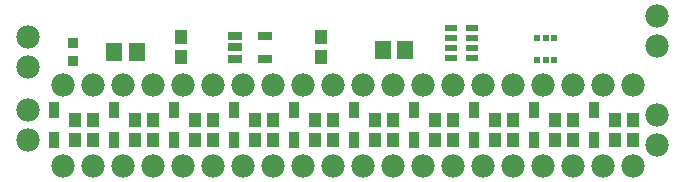
<source format=gbr>
G04 EAGLE Gerber RS-274X export*
G75*
%MOMM*%
%FSLAX34Y34*%
%LPD*%
%INSoldermask Top*%
%IPPOS*%
%AMOC8*
5,1,8,0,0,1.08239X$1,22.5*%
G01*
%ADD10R,0.901600X1.451600*%
%ADD11R,1.401600X1.601600*%
%ADD12R,1.301600X0.651600*%
%ADD13R,1.101600X1.201600*%
%ADD14R,1.001600X0.551600*%
%ADD15R,0.601600X0.601600*%
%ADD16R,0.501600X0.601600*%
%ADD17R,0.901600X0.901600*%
%ADD18C,1.981200*%


D10*
X35560Y66040D03*
X35560Y40640D03*
D11*
X106020Y115570D03*
X87020Y115570D03*
D12*
X188929Y128880D03*
X188929Y119380D03*
X188929Y109880D03*
X214931Y109880D03*
X214931Y128880D03*
D11*
X333350Y116840D03*
X314350Y116840D03*
D13*
X261620Y127880D03*
X261620Y110880D03*
D14*
X389500Y136190D03*
X372500Y136190D03*
X389500Y127190D03*
X389500Y119190D03*
X389500Y110190D03*
X372500Y110190D03*
X372500Y127190D03*
X372500Y119190D03*
D15*
X459620Y127110D03*
D16*
X452120Y127110D03*
D15*
X444620Y127110D03*
X444620Y109110D03*
D16*
X452120Y109110D03*
D15*
X459620Y109110D03*
D17*
X52070Y108070D03*
X52070Y123070D03*
D13*
X53340Y41030D03*
X53340Y58030D03*
X68580Y41030D03*
X68580Y58030D03*
X143510Y110880D03*
X143510Y127880D03*
D18*
X43180Y87630D03*
X68580Y87630D03*
X93980Y87630D03*
X119380Y87630D03*
X144780Y87630D03*
X170180Y87630D03*
X195580Y87630D03*
X220980Y87630D03*
X246380Y87630D03*
X271780Y87630D03*
X297180Y87630D03*
X322580Y87630D03*
X347980Y87630D03*
X373380Y87630D03*
X398780Y87630D03*
X424180Y87630D03*
X449580Y87630D03*
X474980Y87630D03*
X500380Y87630D03*
X525780Y87630D03*
X13970Y102870D03*
X13970Y128270D03*
X546100Y146050D03*
X546100Y120650D03*
X43180Y19050D03*
X68580Y19050D03*
X93980Y19050D03*
X119380Y19050D03*
X144780Y19050D03*
X170180Y19050D03*
X195580Y19050D03*
X220980Y19050D03*
X246380Y19050D03*
X271780Y19050D03*
X297180Y19050D03*
X322580Y19050D03*
X347980Y19050D03*
X373380Y19050D03*
X398780Y19050D03*
X424180Y19050D03*
X449580Y19050D03*
X474980Y19050D03*
X500380Y19050D03*
X525780Y19050D03*
D10*
X86360Y66040D03*
X86360Y40640D03*
D13*
X104140Y41030D03*
X104140Y58030D03*
X119380Y41030D03*
X119380Y58030D03*
D18*
X13970Y66040D03*
X13970Y40640D03*
X546100Y36830D03*
X546100Y62230D03*
D10*
X137160Y66040D03*
X137160Y40640D03*
D13*
X154940Y41030D03*
X154940Y58030D03*
X170180Y41030D03*
X170180Y58030D03*
D10*
X187960Y66040D03*
X187960Y40640D03*
D13*
X205740Y41030D03*
X205740Y58030D03*
X220980Y41030D03*
X220980Y58030D03*
D10*
X238760Y66040D03*
X238760Y40640D03*
D13*
X256540Y41030D03*
X256540Y58030D03*
X271780Y41030D03*
X271780Y58030D03*
D10*
X289560Y66040D03*
X289560Y40640D03*
D13*
X307340Y41030D03*
X307340Y58030D03*
X322580Y41030D03*
X322580Y58030D03*
D10*
X391160Y66040D03*
X391160Y40640D03*
D13*
X408940Y41030D03*
X408940Y58030D03*
X424180Y41030D03*
X424180Y58030D03*
D10*
X441960Y66040D03*
X441960Y40640D03*
D13*
X459740Y41030D03*
X459740Y58030D03*
X474980Y41030D03*
X474980Y58030D03*
D10*
X492760Y66040D03*
X492760Y40640D03*
D13*
X510540Y41030D03*
X510540Y58030D03*
X525780Y41030D03*
X525780Y58030D03*
D10*
X340360Y66040D03*
X340360Y40640D03*
D13*
X358140Y41030D03*
X358140Y58030D03*
X373380Y41030D03*
X373380Y58030D03*
M02*

</source>
